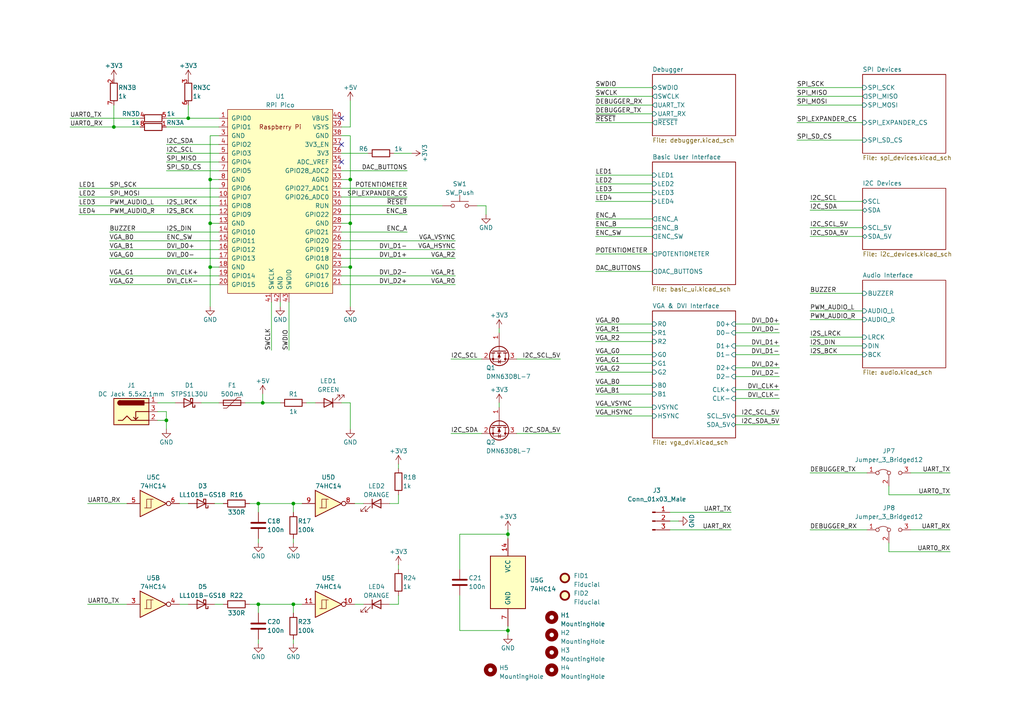
<source format=kicad_sch>
(kicad_sch (version 20220126) (generator eeschema)
  (paper "A4")
  (title_block (title "Raspberry Pi Pico Kit") (date "2022-01-02") (rev "1"))
  (lib_symbols
    (symbol "74xx:74HC14" (pin_names (offset 1.016))
      (property "Reference" "U" (at 0 1.27 0))
      (property "Value" "74HC14" (at 0 -1.27 0))
      (symbol "74HC14_1_0"
        (pin input line (at -7.62 0 0) (length 3.81) (name "~") (number "1"))
        (pin output inverted (at 7.62 0 180) (length 3.81) (name "~") (number "2"))
      )
      (symbol "74HC14_2_0"
        (pin input line (at -7.62 0 0) (length 3.81) (name "~") (number "3"))
        (pin output inverted (at 7.62 0 180) (length 3.81) (name "~") (number "4"))
      )
      (symbol "74HC14_3_0"
        (pin input line (at -7.62 0 0) (length 3.81) (name "~") (number "5"))
        (pin output inverted (at 7.62 0 180) (length 3.81) (name "~") (number "6"))
      )
      (symbol "74HC14_4_0"
        (pin output inverted (at 7.62 0 180) (length 3.81) (name "~") (number "8"))
        (pin input line (at -7.62 0 0) (length 3.81) (name "~") (number "9"))
      )
      (symbol "74HC14_5_0"
        (pin output inverted (at 7.62 0 180) (length 3.81) (name "~") (number "10"))
        (pin input line (at -7.62 0 0) (length 3.81) (name "~") (number "11"))
      )
      (symbol "74HC14_6_0"
        (pin output inverted (at 7.62 0 180) (length 3.81) (name "~") (number "12"))
        (pin input line (at -7.62 0 0) (length 3.81) (name "~") (number "13"))
      )
      (symbol "74HC14_7_0"
        (pin power_in line (at 0 12.7 270) (length 5.08) (name "VCC") (number "14"))
        (pin power_in line (at 0 -12.7 90) (length 5.08) (name "GND") (number "7"))
      )
    )
    (symbol "Connector:Barrel_Jack_Switch" (pin_names hide)
      (property "Reference" "J" (at 0 5.334 0))
      (property "Value" "Barrel_Jack_Switch" (at 0 -5.08 0))
      (symbol "Barrel_Jack_Switch_1_1"
        (pin passive line (at 7.62 2.54 180) (length 2.54) (name "~") (number "1"))
        (pin passive line (at 7.62 -2.54 180) (length 2.54) (name "~") (number "2"))
        (pin passive line (at 7.62 0 180) (length 2.54) (name "~") (number "3"))
      )
    )
    (symbol "Connector:Conn_01x03_Male" (pin_names (offset 1.016) hide)
      (property "Reference" "J" (at 0 5.08 0))
      (property "Value" "Conn_01x03_Male" (at 0 -5.08 0))
      (symbol "Conn_01x03_Male_1_1"
        (pin passive line (at 5.08 2.54 180) (length 3.81) (name "Pin_1") (number "1"))
        (pin passive line (at 5.08 0 180) (length 3.81) (name "Pin_2") (number "2"))
        (pin passive line (at 5.08 -2.54 180) (length 3.81) (name "Pin_3") (number "3"))
      )
    )
    (symbol "Device:C" (pin_numbers hide) (pin_names (offset 0.254))
      (property "Reference" "C" (at 0.635 2.54 0))
      (property "Value" "C" (at 0.635 -2.54 0))
      (symbol "C_1_1"
        (pin passive line (at 0 3.81 270) (length 2.794) (name "~") (number "1"))
        (pin passive line (at 0 -3.81 90) (length 2.794) (name "~") (number "2"))
      )
    )
    (symbol "Device:D_Schottky" (pin_numbers hide) (pin_names (offset 1.016) hide)
      (property "Reference" "D" (at 0 2.54 0))
      (property "Value" "D_Schottky" (at 0 -2.54 0))
      (symbol "D_Schottky_1_1"
        (pin passive line (at -3.81 0 0) (length 2.54) (name "K") (number "1"))
        (pin passive line (at 3.81 0 180) (length 2.54) (name "A") (number "2"))
      )
    )
    (symbol "Device:LED" (pin_numbers hide) (pin_names (offset 1.016) hide)
      (property "Reference" "D" (at 0 2.54 0))
      (property "Value" "LED" (at 0 -2.54 0))
      (symbol "LED_1_1"
        (pin passive line (at -3.81 0 0) (length 2.54) (name "K") (number "1"))
        (pin passive line (at 3.81 0 180) (length 2.54) (name "A") (number "2"))
      )
    )
    (symbol "Device:Polyfuse" (pin_numbers hide) (pin_names (offset 0))
      (property "Reference" "F" (at -2.54 0 90))
      (property "Value" "Polyfuse" (at 2.54 0 90))
      (symbol "Polyfuse_1_1"
        (pin passive line (at 0 3.81 270) (length 1.27) (name "~") (number "1"))
        (pin passive line (at 0 -3.81 90) (length 1.27) (name "~") (number "2"))
      )
    )
    (symbol "Device:R" (pin_numbers hide) (pin_names (offset 0))
      (property "Reference" "R" (at 2.032 0 90))
      (property "Value" "R" (at 0 0 90))
      (symbol "R_1_1"
        (pin passive line (at 0 3.81 270) (length 1.27) (name "~") (number "1"))
        (pin passive line (at 0 -3.81 90) (length 1.27) (name "~") (number "2"))
      )
    )
    (symbol "Device:R_Pack04_Split" (pin_names (offset 0) hide)
      (property "Reference" "RN" (at 2.032 0 90))
      (property "Value" "R_Pack04_Split" (at 0 0 90))
      (symbol "R_Pack04_Split_1_1"
        (pin passive line (at 0 -3.81 90) (length 1.27) (name "R1.1") (number "1"))
        (pin passive line (at 0 3.81 270) (length 1.27) (name "R1.2") (number "8"))
      )
      (symbol "R_Pack04_Split_2_1"
        (pin passive line (at 0 -3.81 90) (length 1.27) (name "R2.1") (number "2"))
        (pin passive line (at 0 3.81 270) (length 1.27) (name "R2.2") (number "7"))
      )
      (symbol "R_Pack04_Split_3_1"
        (pin passive line (at 0 -3.81 90) (length 1.27) (name "R3.1") (number "3"))
        (pin passive line (at 0 3.81 270) (length 1.27) (name "R3.2") (number "6"))
      )
      (symbol "R_Pack04_Split_4_1"
        (pin passive line (at 0 -3.81 90) (length 1.27) (name "R4.1") (number "4"))
        (pin passive line (at 0 3.81 270) (length 1.27) (name "R4.2") (number "5"))
      )
    )
    (symbol "Jumper:Jumper_3_Bridged12" (pin_names (offset 0) hide)
      (property "Reference" "JP" (at -2.54 -2.54 0))
      (property "Value" "Jumper_3_Bridged12" (at 0 2.794 0))
      (symbol "Jumper_3_Bridged12_1_1"
        (pin passive line (at -6.35 0 0) (length 2.54) (name "A") (number "1"))
        (pin passive line (at 0 -3.81 90) (length 2.54) (name "C") (number "2"))
        (pin passive line (at 6.35 0 180) (length 2.54) (name "B") (number "3"))
      )
    )
    (symbol "Mechanical:Fiducial"
      (property "Reference" "FID" (at 0 5.08 0))
      (property "Value" "Fiducial" (at 0 3.175 0))
    )
    (symbol "Mechanical:MountingHole" (pin_names (offset 1.016))
      (property "Reference" "H" (at 0 5.08 0))
      (property "Value" "MountingHole" (at 0 3.175 0))
    )
    (symbol "RPi_Pico:Pico" (pin_names (offset 1.016))
      (property "Reference" "U" (at -13.97 27.94 0))
      (property "Value" "Pico" (at 0 19.05 0))
      (symbol "Pico_0_0"
        (text "Raspberry Pi" (at 0 21.59 0) (effects (font (size 1.27 1.27))))
      )
      (symbol "Pico_1_1"
        (pin bidirectional line (at -17.78 24.13 0) (length 2.54) (name "GPIO0") (number "1"))
        (pin bidirectional line (at -17.78 1.27 0) (length 2.54) (name "GPIO7") (number "10"))
        (pin bidirectional line (at -17.78 -1.27 0) (length 2.54) (name "GPIO8") (number "11"))
        (pin bidirectional line (at -17.78 -3.81 0) (length 2.54) (name "GPIO9") (number "12"))
        (pin power_in line (at -17.78 -6.35 0) (length 2.54) (name "GND") (number "13"))
        (pin bidirectional line (at -17.78 -8.89 0) (length 2.54) (name "GPIO10") (number "14"))
        (pin bidirectional line (at -17.78 -11.43 0) (length 2.54) (name "GPIO11") (number "15"))
        (pin bidirectional line (at -17.78 -13.97 0) (length 2.54) (name "GPIO12") (number "16"))
        (pin bidirectional line (at -17.78 -16.51 0) (length 2.54) (name "GPIO13") (number "17"))
        (pin power_in line (at -17.78 -19.05 0) (length 2.54) (name "GND") (number "18"))
        (pin bidirectional line (at -17.78 -21.59 0) (length 2.54) (name "GPIO14") (number "19"))
        (pin bidirectional line (at -17.78 21.59 0) (length 2.54) (name "GPIO1") (number "2"))
        (pin bidirectional line (at -17.78 -24.13 0) (length 2.54) (name "GPIO15") (number "20"))
        (pin bidirectional line (at 17.78 -24.13 180) (length 2.54) (name "GPIO16") (number "21"))
        (pin bidirectional line (at 17.78 -21.59 180) (length 2.54) (name "GPIO17") (number "22"))
        (pin power_in line (at 17.78 -19.05 180) (length 2.54) (name "GND") (number "23"))
        (pin bidirectional line (at 17.78 -16.51 180) (length 2.54) (name "GPIO18") (number "24"))
        (pin bidirectional line (at 17.78 -13.97 180) (length 2.54) (name "GPIO19") (number "25"))
        (pin bidirectional line (at 17.78 -11.43 180) (length 2.54) (name "GPIO20") (number "26"))
        (pin bidirectional line (at 17.78 -8.89 180) (length 2.54) (name "GPIO21") (number "27"))
        (pin power_in line (at 17.78 -6.35 180) (length 2.54) (name "GND") (number "28"))
        (pin bidirectional line (at 17.78 -3.81 180) (length 2.54) (name "GPIO22") (number "29"))
        (pin power_in line (at -17.78 19.05 0) (length 2.54) (name "GND") (number "3"))
        (pin input line (at 17.78 -1.27 180) (length 2.54) (name "RUN") (number "30"))
        (pin bidirectional line (at 17.78 1.27 180) (length 2.54) (name "GPIO26_ADC0") (number "31"))
        (pin bidirectional line (at 17.78 3.81 180) (length 2.54) (name "GPIO27_ADC1") (number "32"))
        (pin power_in line (at 17.78 6.35 180) (length 2.54) (name "AGND") (number "33"))
        (pin bidirectional line (at 17.78 8.89 180) (length 2.54) (name "GPIO28_ADC2") (number "34"))
        (pin unspecified line (at 17.78 11.43 180) (length 2.54) (name "ADC_VREF") (number "35"))
        (pin unspecified line (at 17.78 13.97 180) (length 2.54) (name "3V3") (number "36"))
        (pin input line (at 17.78 16.51 180) (length 2.54) (name "3V3_EN") (number "37"))
        (pin bidirectional line (at 17.78 19.05 180) (length 2.54) (name "GND") (number "38"))
        (pin unspecified line (at 17.78 21.59 180) (length 2.54) (name "VSYS") (number "39"))
        (pin bidirectional line (at -17.78 16.51 0) (length 2.54) (name "GPIO2") (number "4"))
        (pin unspecified line (at 17.78 24.13 180) (length 2.54) (name "VBUS") (number "40"))
        (pin input line (at -2.54 -29.21 90) (length 2.54) (name "SWCLK") (number "41"))
        (pin power_in line (at 0 -29.21 90) (length 2.54) (name "GND") (number "42"))
        (pin bidirectional line (at 2.54 -29.21 90) (length 2.54) (name "SWDIO") (number "43"))
        (pin bidirectional line (at -17.78 13.97 0) (length 2.54) (name "GPIO3") (number "5"))
        (pin bidirectional line (at -17.78 11.43 0) (length 2.54) (name "GPIO4") (number "6"))
        (pin bidirectional line (at -17.78 8.89 0) (length 2.54) (name "GPIO5") (number "7"))
        (pin power_in line (at -17.78 6.35 0) (length 2.54) (name "GND") (number "8"))
        (pin bidirectional line (at -17.78 3.81 0) (length 2.54) (name "GPIO6") (number "9"))
      )
    )
    (symbol "Switch:SW_Push" (pin_numbers hide) (pin_names (offset 1.016) hide)
      (property "Reference" "SW" (at 1.27 2.54 0))
      (property "Value" "SW_Push" (at 0 -1.524 0))
      (symbol "SW_Push_0_1"
        (pin passive line (at -5.08 0 0) (length 2.54) (name "1") (number "1"))
        (pin passive line (at 5.08 0 180) (length 2.54) (name "2") (number "2"))
      )
    )
    (symbol "Transistor_FET:BSS138" (pin_names hide)
      (property "Reference" "Q" (at 5.08 1.905 0))
      (property "Value" "BSS138" (at 5.08 0 0))
      (symbol "BSS138_1_1"
        (pin input line (at -5.08 0 0) (length 2.54) (name "G") (number "1"))
        (pin passive line (at 2.54 -5.08 90) (length 2.54) (name "S") (number "2"))
        (pin passive line (at 2.54 5.08 270) (length 2.54) (name "D") (number "3"))
      )
    )
    (symbol "power:+3.3V" (power) (pin_names (offset 0))
      (property "Value" "+3.3V" (at 0 3.556 0))
      (symbol "+3.3V_1_1"
        (pin power_in line (at 0 0 90) (length 0) hide (name "+3V3") (number "1"))
      )
    )
    (symbol "power:+5V" (power) (pin_names (offset 0))
      (property "Value" "+5V" (at 0 3.556 0))
      (symbol "+5V_1_1"
        (pin power_in line (at 0 0 90) (length 0) hide (name "+5V") (number "1"))
      )
    )
    (symbol "power:GND" (power) (pin_names (offset 0))
      (property "Value" "GND" (at 0 -3.81 0))
      (symbol "GND_1_1"
        (pin power_in line (at 0 0 270) (length 0) hide (name "GND") (number "1"))
      )
    )
  )
  (junction (at 33.02 36.83))
  (junction (at 74.93 175.26))
  (junction (at 147.32 154.94))
  (junction (at 74.93 146.05))
  (junction (at 85.09 175.26))
  (junction (at 60.96 52.07))
  (junction (at 60.96 64.77))
  (junction (at 101.6 64.77))
  (junction (at 76.2 116.84))
  (junction (at 85.09 146.05))
  (junction (at 60.96 77.47))
  (junction (at 54.61 34.29))
  (junction (at 48.26 121.92))
  (junction (at 147.32 182.88))
  (junction (at 101.6 52.07))
  (junction (at 101.6 77.47))
  (no_connect (at 99.06 34.29))
  (no_connect (at 99.06 46.99))
  (no_connect (at 99.06 41.91))
  (wire (pts (xy 144.78 116.84) (xy 144.78 118.11)))
  (wire (pts (xy 99.06 77.47) (xy 101.6 77.47)))
  (wire (pts (xy 99.06 57.15) (xy 118.11 57.15)))
  (wire (pts (xy 76.2 116.84) (xy 81.28 116.84)))
  (wire (pts (xy 99.06 59.69) (xy 128.27 59.69)))
  (wire (pts (xy 213.36 115.57) (xy 226.06 115.57)))
  (wire (pts (xy 133.35 154.94) (xy 147.32 154.94)))
  (wire (pts (xy 83.82 87.63) (xy 83.82 101.6)))
  (wire (pts (xy 257.81 143.51) (xy 275.59 143.51)))
  (wire (pts (xy 60.96 64.77) (xy 60.96 77.47)))
  (wire (pts (xy 172.72 78.74) (xy 189.23 78.74)))
  (wire (pts (xy 99.06 116.84) (xy 101.6 116.84)))
  (wire (pts (xy 172.72 118.11) (xy 189.23 118.11)))
  (wire (pts (xy 133.35 172.72) (xy 133.35 182.88)))
  (wire (pts (xy 138.43 59.69) (xy 140.97 59.69)))
  (wire (pts (xy 234.95 85.09) (xy 250.19 85.09)))
  (wire (pts (xy 62.23 146.05) (xy 64.77 146.05)))
  (wire (pts (xy 234.95 97.79) (xy 250.19 97.79)))
  (wire (pts (xy 22.86 57.15) (xy 63.5 57.15)))
  (wire (pts (xy 88.9 116.84) (xy 91.44 116.84)))
  (wire (pts (xy 99.06 74.93) (xy 132.08 74.93)))
  (wire (pts (xy 31.75 72.39) (xy 63.5 72.39)))
  (wire (pts (xy 115.57 134.62) (xy 115.57 135.89)))
  (wire (pts (xy 74.93 146.05) (xy 74.93 148.59)))
  (wire (pts (xy 60.96 52.07) (xy 63.5 52.07)))
  (wire (pts (xy 81.28 87.63) (xy 81.28 88.9)))
  (wire (pts (xy 85.09 146.05) (xy 87.63 146.05)))
  (wire (pts (xy 172.72 63.5) (xy 189.23 63.5)))
  (wire (pts (xy 234.95 90.17) (xy 250.19 90.17)))
  (wire (pts (xy 99.06 80.01) (xy 132.08 80.01)))
  (wire (pts (xy 231.14 40.64) (xy 250.19 40.64)))
  (wire (pts (xy 231.14 25.4) (xy 250.19 25.4)))
  (wire (pts (xy 101.6 52.07) (xy 101.6 64.77)))
  (wire (pts (xy 48.26 36.83) (xy 63.5 36.83)))
  (wire (pts (xy 172.72 35.56) (xy 189.23 35.56)))
  (wire (pts (xy 172.72 53.34) (xy 189.23 53.34)))
  (wire (pts (xy 264.16 137.16) (xy 275.59 137.16)))
  (wire (pts (xy 101.6 116.84) (xy 101.6 124.46)))
  (wire (pts (xy 60.96 52.07) (xy 60.96 64.77)))
  (wire (pts (xy 48.26 49.53) (xy 63.5 49.53)))
  (wire (pts (xy 172.72 55.88) (xy 189.23 55.88)))
  (wire (pts (xy 74.93 185.42) (xy 74.93 186.69)))
  (wire (pts (xy 101.6 77.47) (xy 101.6 88.9)))
  (wire (pts (xy 74.93 146.05) (xy 85.09 146.05)))
  (wire (pts (xy 213.36 123.19) (xy 226.06 123.19)))
  (wire (pts (xy 213.36 93.98) (xy 226.06 93.98)))
  (wire (pts (xy 231.14 27.94) (xy 250.19 27.94)))
  (wire (pts (xy 63.5 39.37) (xy 60.96 39.37)))
  (wire (pts (xy 172.72 50.8) (xy 189.23 50.8)))
  (wire (pts (xy 48.26 44.45) (xy 63.5 44.45)))
  (wire (pts (xy 85.09 146.05) (xy 85.09 148.59)))
  (wire (pts (xy 234.95 153.67) (xy 251.46 153.67)))
  (wire (pts (xy 52.07 175.26) (xy 54.61 175.26)))
  (wire (pts (xy 140.97 59.69) (xy 140.97 62.23)))
  (wire (pts (xy 31.75 82.55) (xy 63.5 82.55)))
  (wire (pts (xy 22.86 59.69) (xy 63.5 59.69)))
  (wire (pts (xy 99.06 49.53) (xy 118.11 49.53)))
  (wire (pts (xy 213.36 113.03) (xy 226.06 113.03)))
  (wire (pts (xy 48.26 46.99) (xy 63.5 46.99)))
  (wire (pts (xy 31.75 80.01) (xy 63.5 80.01)))
  (wire (pts (xy 149.86 104.14) (xy 162.56 104.14)))
  (wire (pts (xy 113.03 146.05) (xy 115.57 146.05)))
  (wire (pts (xy 48.26 121.92) (xy 48.26 124.46)))
  (wire (pts (xy 74.93 156.21) (xy 74.93 157.48)))
  (wire (pts (xy 102.87 175.26) (xy 105.41 175.26)))
  (wire (pts (xy 172.72 30.48) (xy 189.23 30.48)))
  (wire (pts (xy 31.75 74.93) (xy 63.5 74.93)))
  (wire (pts (xy 54.61 30.48) (xy 54.61 34.29)))
  (wire (pts (xy 45.72 116.84) (xy 50.8 116.84)))
  (wire (pts (xy 58.42 116.84) (xy 63.5 116.84)))
  (wire (pts (xy 76.2 116.84) (xy 76.2 114.3)))
  (wire (pts (xy 20.32 34.29) (xy 40.64 34.29)))
  (wire (pts (xy 31.75 67.31) (xy 63.5 67.31)))
  (wire (pts (xy 63.5 77.47) (xy 60.96 77.47)))
  (wire (pts (xy 149.86 125.73) (xy 162.56 125.73)))
  (wire (pts (xy 85.09 156.21) (xy 85.09 157.48)))
  (wire (pts (xy 52.07 146.05) (xy 54.61 146.05)))
  (wire (pts (xy 85.09 175.26) (xy 85.09 177.8)))
  (wire (pts (xy 234.95 102.87) (xy 250.19 102.87)))
  (wire (pts (xy 231.14 30.48) (xy 250.19 30.48)))
  (wire (pts (xy 133.35 165.1) (xy 133.35 154.94)))
  (wire (pts (xy 78.74 87.63) (xy 78.74 101.6)))
  (wire (pts (xy 45.72 121.92) (xy 48.26 121.92)))
  (wire (pts (xy 172.72 102.87) (xy 189.23 102.87)))
  (wire (pts (xy 99.06 69.85) (xy 132.08 69.85)))
  (wire (pts (xy 264.16 153.67) (xy 275.59 153.67)))
  (wire (pts (xy 257.81 157.48) (xy 257.81 160.02)))
  (wire (pts (xy 102.87 146.05) (xy 105.41 146.05)))
  (wire (pts (xy 33.02 30.48) (xy 33.02 36.83)))
  (wire (pts (xy 234.95 66.04) (xy 250.19 66.04)))
  (wire (pts (xy 99.06 52.07) (xy 101.6 52.07)))
  (wire (pts (xy 147.32 181.61) (xy 147.32 182.88)))
  (wire (pts (xy 194.31 151.13) (xy 196.85 151.13)))
  (wire (pts (xy 172.72 120.65) (xy 189.23 120.65)))
  (wire (pts (xy 72.39 146.05) (xy 74.93 146.05)))
  (wire (pts (xy 172.72 99.06) (xy 189.23 99.06)))
  (wire (pts (xy 213.36 100.33) (xy 226.06 100.33)))
  (wire (pts (xy 234.95 58.42) (xy 250.19 58.42)))
  (wire (pts (xy 22.86 62.23) (xy 63.5 62.23)))
  (wire (pts (xy 48.26 41.91) (xy 63.5 41.91)))
  (wire (pts (xy 115.57 146.05) (xy 115.57 143.51)))
  (wire (pts (xy 172.72 33.02) (xy 189.23 33.02)))
  (wire (pts (xy 234.95 100.33) (xy 250.19 100.33)))
  (wire (pts (xy 172.72 58.42) (xy 189.23 58.42)))
  (wire (pts (xy 99.06 39.37) (xy 101.6 39.37)))
  (wire (pts (xy 130.81 125.73) (xy 139.7 125.73)))
  (wire (pts (xy 99.06 67.31) (xy 118.11 67.31)))
  (wire (pts (xy 194.31 148.59) (xy 212.09 148.59)))
  (wire (pts (xy 172.72 114.3) (xy 189.23 114.3)))
  (wire (pts (xy 147.32 154.94) (xy 147.32 156.21)))
  (wire (pts (xy 213.36 106.68) (xy 226.06 106.68)))
  (wire (pts (xy 101.6 29.21) (xy 101.6 36.83)))
  (wire (pts (xy 257.81 160.02) (xy 275.59 160.02)))
  (wire (pts (xy 60.96 39.37) (xy 60.96 52.07)))
  (wire (pts (xy 74.93 175.26) (xy 74.93 177.8)))
  (wire (pts (xy 130.81 104.14) (xy 139.7 104.14)))
  (wire (pts (xy 85.09 185.42) (xy 85.09 186.69)))
  (wire (pts (xy 172.72 96.52) (xy 189.23 96.52)))
  (wire (pts (xy 25.4 175.26) (xy 36.83 175.26)))
  (wire (pts (xy 74.93 175.26) (xy 85.09 175.26)))
  (wire (pts (xy 101.6 39.37) (xy 101.6 52.07)))
  (wire (pts (xy 147.32 182.88) (xy 147.32 184.15)))
  (wire (pts (xy 99.06 54.61) (xy 118.11 54.61)))
  (wire (pts (xy 48.26 34.29) (xy 54.61 34.29)))
  (wire (pts (xy 251.46 137.16) (xy 234.95 137.16)))
  (wire (pts (xy 213.36 120.65) (xy 226.06 120.65)))
  (wire (pts (xy 172.72 111.76) (xy 189.23 111.76)))
  (wire (pts (xy 72.39 175.26) (xy 74.93 175.26)))
  (wire (pts (xy 172.72 73.66) (xy 189.23 73.66)))
  (wire (pts (xy 133.35 182.88) (xy 147.32 182.88)))
  (wire (pts (xy 113.03 175.26) (xy 115.57 175.26)))
  (wire (pts (xy 172.72 93.98) (xy 189.23 93.98)))
  (wire (pts (xy 71.12 116.84) (xy 76.2 116.84)))
  (wire (pts (xy 172.72 27.94) (xy 189.23 27.94)))
  (wire (pts (xy 172.72 107.95) (xy 189.23 107.95)))
  (wire (pts (xy 99.06 82.55) (xy 132.08 82.55)))
  (wire (pts (xy 99.06 64.77) (xy 101.6 64.77)))
  (wire (pts (xy 144.78 95.25) (xy 144.78 96.52)))
  (wire (pts (xy 31.75 69.85) (xy 63.5 69.85)))
  (wire (pts (xy 99.06 44.45) (xy 106.68 44.45)))
  (wire (pts (xy 33.02 36.83) (xy 40.64 36.83)))
  (wire (pts (xy 54.61 34.29) (xy 63.5 34.29)))
  (wire (pts (xy 234.95 68.58) (xy 250.19 68.58)))
  (wire (pts (xy 99.06 62.23) (xy 118.11 62.23)))
  (wire (pts (xy 213.36 102.87) (xy 226.06 102.87)))
  (wire (pts (xy 25.4 146.05) (xy 36.83 146.05)))
  (wire (pts (xy 101.6 64.77) (xy 101.6 77.47)))
  (wire (pts (xy 63.5 64.77) (xy 60.96 64.77)))
  (wire (pts (xy 45.72 119.38) (xy 48.26 119.38)))
  (wire (pts (xy 172.72 25.4) (xy 189.23 25.4)))
  (wire (pts (xy 62.23 175.26) (xy 64.77 175.26)))
  (wire (pts (xy 194.31 153.67) (xy 212.09 153.67)))
  (wire (pts (xy 213.36 109.22) (xy 226.06 109.22)))
  (wire (pts (xy 114.3 44.45) (xy 119.38 44.45)))
  (wire (pts (xy 101.6 36.83) (xy 99.06 36.83)))
  (wire (pts (xy 213.36 96.52) (xy 226.06 96.52)))
  (wire (pts (xy 231.14 35.56) (xy 250.19 35.56)))
  (wire (pts (xy 115.57 163.83) (xy 115.57 165.1)))
  (wire (pts (xy 234.95 92.71) (xy 250.19 92.71)))
  (wire (pts (xy 115.57 175.26) (xy 115.57 172.72)))
  (wire (pts (xy 172.72 68.58) (xy 189.23 68.58)))
  (wire (pts (xy 234.95 60.96) (xy 250.19 60.96)))
  (wire (pts (xy 48.26 119.38) (xy 48.26 121.92)))
  (wire (pts (xy 99.06 72.39) (xy 132.08 72.39)))
  (wire (pts (xy 147.32 153.67) (xy 147.32 154.94)))
  (wire (pts (xy 172.72 105.41) (xy 189.23 105.41)))
  (wire (pts (xy 20.32 36.83) (xy 33.02 36.83)))
  (wire (pts (xy 257.81 140.97) (xy 257.81 143.51)))
  (wire (pts (xy 85.09 175.26) (xy 87.63 175.26)))
  (wire (pts (xy 22.86 54.61) (xy 63.5 54.61)))
  (wire (pts (xy 172.72 66.04) (xy 189.23 66.04)))
  (wire (pts (xy 60.96 77.47) (xy 60.96 88.9)))
  (label "LED1" (at 172.72 50.8 0))
  (label "I2C_SDA" (at 130.81 125.73 0))
  (label "DVI_D0-" (at 48.26 74.93 0))
  (label "ENC_SW" (at 48.26 69.85 0))
  (label "I2C_SCL" (at 130.81 104.14 0))
  (label "DVI_D2-" (at 226.06 109.22 0))
  (label "DVI_D2+" (at 118.11 82.55 0))
  (label "DVI_CLK+" (at 48.26 80.01 0))
  (label "DVI_CLK-" (at 48.26 82.55 0))
  (label "DVI_D1-" (at 118.11 72.39 0))
  (label "DVI_D0+" (at 48.26 72.39 0))
  (label "VGA_G0" (at 172.72 102.87 0))
  (label "LED1" (at 22.86 54.61 0))
  (label "I2C_SDA" (at 48.26 41.91 0))
  (label "LED2" (at 172.72 53.34 0))
  (label "DVI_D2+" (at 226.06 106.68 0))
  (label "VGA_R1" (at 172.72 96.52 0))
  (label "SPI_EXPANDER_CS" (at 118.11 57.15 0))
  (label "DVI_CLK+" (at 226.06 113.03 0))
  (label "VGA_R2" (at 132.08 74.93 0))
  (label "SPI_MISO" (at 231.14 27.94 0))
  (label "DEBUGGER_TX" (at 172.72 33.02 0))
  (label "ENC_SW" (at 172.72 68.58 0))
  (label "ENC_A" (at 118.11 67.31 0))
  (label "SPI_EXPANDER_CS" (at 231.14 35.56 0))
  (label "VGA_B1" (at 31.75 72.39 0))
  (label "DVI_D2-" (at 118.11 80.01 0))
  (label "LED4" (at 172.72 58.42 0))
  (label "DVI_D1+" (at 226.06 100.33 0))
  (label "PWM_AUDIO_R" (at 31.75 62.23 0))
  (label "BUZZER" (at 31.75 67.31 0))
  (label "UART0_TX" (at 275.59 143.51 0))
  (label "I2C_SCL" (at 234.95 58.42 0))
  (label "SWCLK" (at 78.74 101.6 90))
  (label "UART_RX" (at 212.09 153.67 0))
  (label "I2S_LRCK" (at 234.95 97.79 0))
  (label "I2C_SDA" (at 234.95 60.96 0))
  (label "PWM_AUDIO_L" (at 234.95 90.17 0))
  (label "SWCLK" (at 172.72 27.94 0))
  (label "VGA_G1" (at 31.75 80.01 0))
  (label "DVI_D0+" (at 226.06 93.98 0))
  (label "UART0_TX" (at 25.4 175.26 0))
  (label "SPI_SD_CS" (at 231.14 40.64 0))
  (label "DVI_D1-" (at 226.06 102.87 0))
  (label "LED4" (at 22.86 62.23 0))
  (label "I2C_SDA_5V" (at 162.56 125.73 0))
  (label "VGA_G2" (at 172.72 107.95 0))
  (label "VGA_HSYNC" (at 132.08 72.39 0))
  (label "PWM_AUDIO_L" (at 31.75 59.69 0))
  (label "ENC_A" (at 172.72 63.5 0))
  (label "VGA_HSYNC" (at 172.72 120.65 0))
  (label "I2S_LRCK" (at 48.26 59.69 0))
  (label "POTENTIOMETER" (at 172.72 73.66 0))
  (label "LED2" (at 22.86 57.15 0))
  (label "I2C_SCL_5V" (at 162.56 104.14 0))
  (label "DVI_D0-" (at 226.06 96.52 0))
  (label "I2S_BCK" (at 234.95 102.87 0))
  (label "~{RESET}" (at 172.72 35.56 0))
  (label "DEBUGGER_RX" (at 172.72 30.48 0))
  (label "VGA_B0" (at 31.75 69.85 0))
  (label "UART_TX" (at 212.09 148.59 0))
  (label "SWDIO" (at 172.72 25.4 0))
  (label "DAC_BUTTONS" (at 172.72 78.74 0))
  (label "I2S_DIN" (at 48.26 67.31 0))
  (label "LED3" (at 22.86 59.69 0))
  (label "DAC_BUTTONS" (at 118.11 49.53 0))
  (label "I2S_DIN" (at 234.95 100.33 0))
  (label "SPI_MOSI" (at 31.75 57.15 0))
  (label "I2C_SCL_5V" (at 234.95 66.04 0))
  (label "I2C_SCL" (at 48.26 44.45 0))
  (label "I2C_SDA_5V" (at 234.95 68.58 0))
  (label "LED3" (at 172.72 55.88 0))
  (label "UART_RX" (at 275.59 153.67 0))
  (label "VGA_G2" (at 31.75 82.55 0))
  (label "BUZZER" (at 234.95 85.09 0))
  (label "ENC_B" (at 172.72 66.04 0))
  (label "SWDIO" (at 83.82 101.6 90))
  (label "DVI_D1+" (at 118.11 74.93 0))
  (label "DEBUGGER_TX" (at 234.95 137.16 0))
  (label "I2C_SCL_5V" (at 226.06 120.65 0))
  (label "VGA_G0" (at 31.75 74.93 0))
  (label "VGA_VSYNC" (at 132.08 69.85 0))
  (label "PWM_AUDIO_R" (at 234.95 92.71 0))
  (label "POTENTIOMETER" (at 118.11 54.61 0))
  (label "VGA_G1" (at 172.72 105.41 0))
  (label "SPI_SD_CS" (at 48.26 49.53 0))
  (label "VGA_R0" (at 132.08 82.55 0))
  (label "UART0_RX" (at 20.32 36.83 0))
  (label "VGA_R0" (at 172.72 93.98 0))
  (label "VGA_VSYNC" (at 172.72 118.11 0))
  (label "ENC_B" (at 118.11 62.23 0))
  (label "SPI_SCK" (at 31.75 54.61 0))
  (label "DEBUGGER_RX" (at 234.95 153.67 0))
  (label "SPI_MISO" (at 48.26 46.99 0))
  (label "VGA_R2" (at 172.72 99.06 0))
  (label "DVI_CLK-" (at 226.06 115.57 0))
  (label "UART_TX" (at 275.59 137.16 0))
  (label "UART0_RX" (at 25.4 146.05 0))
  (label "UART0_TX" (at 20.32 34.29 0))
  (label "I2S_BCK" (at 48.26 62.23 0))
  (label "VGA_B1" (at 172.72 114.3 0))
  (label "SPI_MOSI" (at 231.14 30.48 0))
  (label "UART0_RX" (at 275.59 160.02 0))
  (label "SPI_SCK" (at 231.14 25.4 0))
  (label "I2C_SDA_5V" (at 226.06 123.19 0))
  (label "VGA_B0" (at 172.72 111.76 0))
  (label "VGA_R1" (at 132.08 80.01 0))
  (label "~{RESET}" (at 118.11 59.69 0))
  (symbol (lib_id "Device:R") (at 68.58 146.05 90) (unit 1)
    (property "Reference" "R16" (at 68.58 143.51 90))
    (property "Value" "330R" (at 68.58 148.59 90))
    (property "Footprint" "Resistor_SMD:R_0603_1608Metric_Pad0.98x0.95mm_HandSolder" (effects hide))
    (property "Manufacturer Part Number" "RC0805FR-13330RL" (effects hide))
    (property "Supplier" "Digikey" (effects hide))
  )
  (symbol (lib_id "74xx:74HC14") (at 44.45 146.05 0) (unit 3)
    (property "Reference" "U5" (at 44.45 138.43 0))
    (property "Value" "74HC14" (at 44.45 140.97 0))
    (property "Footprint" "Package_SO:SOIC-14_3.9x8.7mm_P1.27mm" (effects hide))
    (property "Datasheet" "http://www.ti.com/lit/gpn/sn74HC14" (effects hide))
    (property "Manufacturer Part Number" "74HC14S14-13" (effects hide))
    (property "Supplier" "Digikey" (effects hide))
    (property "Supplier Part URL" "https://www.digikey.cz/en/products/detail/diodes-incorporated/74HC14S14-13/4249403" (effects hide))
  )
  (symbol (lib_id "Device:LED") (at 109.22 146.05 0) (unit 1)
    (property "Reference" "LED2" (at 109.22 140.97 0))
    (property "Value" "ORANGE" (at 109.22 143.51 0))
    (property "Footprint" "LED_SMD:LED_0805_2012Metric_Pad1.15x1.40mm_HandSolder" (effects hide))
    (property "Manufacturer Part Number" "LTST-C170KFKT" (effects hide))
    (property "Supplier" "Digikey" (effects hide))
    (property "Supplier Part URL" "https://www.digikey.cz/en/products/detail/lite-on-inc/LTST-C170KFKT/386775" (effects hide))
  )
  (symbol (lib_id "power:GND") (at 147.32 184.15 0) (unit 1)
    (property "Reference" "#PWR021" (effects hide))
    (property "Value" "GND" (at 147.32 187.96 0))
  )
  (symbol (lib_id "power:GND") (at 85.09 157.48 0) (unit 1)
    (property "Reference" "#PWR040" (effects hide))
    (property "Value" "GND" (at 85.09 161.29 0))
  )
  (symbol (lib_id "Device:R_Pack04_Split") (at 44.45 36.83 90) (mirror x) (unit 1)
    (property "Reference" "RN3" (at 48.26 35.56 90) (effects (justify right)))
    (property "Value" "1k" (at 38.1 35.56 90) (effects (justify right)))
    (property "Footprint" "Resistor_SMD:R_Array_Convex_4x0603" (effects hide))
  )
  (symbol (lib_id "power:GND") (at 140.97 62.23 0) (unit 1)
    (property "Reference" "#PWR017" (effects hide))
    (property "Value" "GND" (at 140.97 66.04 0))
  )
  (symbol (lib_id "Device:C") (at 74.93 152.4 180) (unit 1)
    (property "Reference" "C18" (at 77.47 151.13 0) (effects (justify right)))
    (property "Value" "100n" (at 77.47 153.67 0) (effects (justify right)))
    (property "Footprint" "Capacitor_SMD:C_0603_1608Metric_Pad1.08x0.95mm_HandSolder" (effects hide))
    (property "Manufacturer Part Number" "C0805C104M3RAC7800" (effects hide))
    (property "Supplier" "Digikey" (effects hide))
  )
  (symbol (lib_id "Connector:Barrel_Jack_Switch") (at 38.1 119.38 0) (unit 1)
    (property "Reference" "J1" (at 38.1 111.76 0))
    (property "Value" "DC Jack 5.5x2.1mm" (at 38.1 114.3 0))
    (property "Footprint" "Connector_BarrelJack:BarrelJack_GCT_DCJ200-10-A_Horizontal" (effects hide))
    (property "Manufacturer Part Number" "54-00129" (effects hide))
    (property "Supplier" "Digikey" (effects hide))
    (property "Supplier Part URL" "https://www.digikey.cz/en/products/detail/tensility-international-corp/54-00129/9685438" (effects hide))
  )
  (symbol (lib_id "Mechanical:MountingHole") (at 160.02 179.07 0) (unit 1)
    (property "Reference" "H1" (at 162.56 178.435 0) (effects (justify left)))
    (property "Value" "MountingHole" (at 162.56 180.975 0) (effects (justify left)))
    (property "Footprint" "MountingHole:MountingHole_2.7mm_M2.5" (effects hide))
  )
  (symbol (lib_id "Mechanical:MountingHole") (at 160.02 194.31 0) (unit 1)
    (property "Reference" "H4" (at 162.56 193.675 0) (effects (justify left)))
    (property "Value" "MountingHole" (at 162.56 196.215 0) (effects (justify left)))
    (property "Footprint" "MountingHole:MountingHole_2.7mm_M2.5" (effects hide))
  )
  (symbol (lib_id "power:GND") (at 101.6 88.9 0) (unit 1)
    (property "Reference" "#PWR012" (effects hide))
    (property "Value" "GND" (at 101.6 92.71 0))
  )
  (symbol (lib_id "power:+5V") (at 101.6 29.21 0) (unit 1)
    (property "Reference" "#PWR011" (effects hide))
    (property "Value" "+5V" (at 101.6 25.4 0))
  )
  (symbol (lib_id "power:GND") (at 101.6 124.46 0) (unit 1)
    (property "Reference" "#PWR013" (effects hide))
    (property "Value" "GND" (at 101.6 128.27 0))
  )
  (symbol (lib_id "Transistor_FET:BSS138") (at 144.78 123.19 270) (unit 1)
    (property "Reference" "Q2" (at 140.97 128.27 90) (effects (justify left)))
    (property "Value" "DMN63D8L-7" (at 140.97 130.81 90) (effects (justify left)))
    (property "Footprint" "Package_TO_SOT_SMD:SOT-23" (effects hide))
    (property "Manufacturer Part Number" "DMN63D8L-7" (effects hide))
    (property "Supplier" "Digikey" (effects hide))
    (property "Supplier Part URL" "https://www.digikey.cz/en/products/detail/diodes-incorporated/DMN63D8L-7/5699705" (effects hide))
  )
  (symbol (lib_id "Mechanical:Fiducial") (at 163.83 172.72 0) (unit 1)
    (property "Reference" "FID2" (at 166.37 172.085 0) (effects (justify left)))
    (property "Value" "Fiducial" (at 166.37 174.625 0) (effects (justify left)))
    (property "Footprint" "Fiducial:Fiducial_0.75mm_Mask1.5mm" (effects hide))
  )
  (symbol (lib_id "Jumper:Jumper_3_Bridged12") (at 257.81 137.16 0) (unit 1)
    (property "Reference" "JP7" (at 257.81 130.81 0))
    (property "Value" "Jumper_3_Bridged12" (at 257.81 133.35 0))
    (property "Footprint" "JumperTHT:JumperTHT_3_P2.54mm_Bridged12" (effects hide))
    (property "Manufacturer Part Number" "PinHeader_1x03" (effects hide))
    (property "Supplier" "me" (effects hide))
  )
  (symbol (lib_id "Device:D_Schottky") (at 58.42 175.26 180) (unit 1)
    (property "Reference" "D5" (at 58.7375 170.18 0))
    (property "Value" "LL101B-GS18" (at 58.7375 172.72 0))
    (property "Footprint" "Diode_SMD:D_MiniMELF" (effects hide))
    (property "Manufacturer Part Number" "LL101B-GS18" (effects hide))
    (property "Supplier" "Digikey" (effects hide))
    (property "Supplier Part URL" "https://www.digikey.cz/en/products/detail/vishay-general-semiconductor-diodes-division/LL101B-GS18/4828967" (effects hide))
  )
  (symbol (lib_id "Switch:SW_Push") (at 133.35 59.69 0) (unit 1)
    (property "Reference" "SW1" (at 133.35 53.34 0))
    (property "Value" "SW_Push" (at 133.35 55.88 0))
    (property "Footprint" "Custom:SW_SPST_Omron_B3FS-100xP_12" (effects hide))
    (property "Manufacturer Part Number" "TD-03XAT-A00-TR" (effects hide))
    (property "Supplier" "GME" (effects hide))
    (property "Supplier Part URL" "https://www.gme.cz/td-03xa-t-smd" (effects hide))
  )
  (symbol (lib_id "74xx:74HC14") (at 147.32 168.91 0) (unit 7)
    (property "Reference" "U5" (at 153.67 168.275 0) (effects (justify left)))
    (property "Value" "74HC14" (at 153.67 170.815 0) (effects (justify left)))
    (property "Footprint" "Package_SO:SOIC-14_3.9x8.7mm_P1.27mm" (effects hide))
    (property "Datasheet" "http://www.ti.com/lit/gpn/sn74HC14" (effects hide))
    (property "Manufacturer Part Number" "74HC14S14-13" (effects hide))
    (property "Supplier" "Digikey" (effects hide))
    (property "Supplier Part URL" "https://www.digikey.cz/en/products/detail/diodes-incorporated/74HC14S14-13/4249403" (effects hide))
  )
  (symbol (lib_id "power:GND") (at 74.93 157.48 0) (unit 1)
    (property "Reference" "#PWR039" (effects hide))
    (property "Value" "GND" (at 74.93 161.29 0))
  )
  (symbol (lib_id "Device:R") (at 115.57 168.91 0) (unit 1)
    (property "Reference" "R24" (at 116.84 167.64 0) (effects (justify left)))
    (property "Value" "1k" (at 116.84 170.18 0) (effects (justify left)))
    (property "Footprint" "Resistor_SMD:R_0603_1608Metric_Pad0.98x0.95mm_HandSolder" (effects hide))
    (property "Manufacturer Part Number" "RC0805FR-071KL" (effects hide))
    (property "Supplier" "Digikey" (effects hide))
  )
  (symbol (lib_id "power:+3.3V") (at 115.57 134.62 0) (unit 1)
    (property "Reference" "#PWR048" (effects hide))
    (property "Value" "+3.3V" (at 115.57 130.81 0))
  )
  (symbol (lib_id "Device:R_Pack04_Split") (at 44.45 34.29 270) (unit 4)
    (property "Reference" "RN3" (at 40.64 33.02 90) (effects (justify right)))
    (property "Value" "1k" (at 50.8 33.02 90) (effects (justify right)))
    (property "Footprint" "Resistor_SMD:R_Array_Convex_4x0603" (effects hide))
  )
  (symbol (lib_id "Transistor_FET:BSS138") (at 144.78 101.6 270) (unit 1)
    (property "Reference" "Q1" (at 140.97 106.68 90) (effects (justify left)))
    (property "Value" "DMN63D8L-7" (at 140.97 109.22 90) (effects (justify left)))
    (property "Footprint" "Package_TO_SOT_SMD:SOT-23" (effects hide))
    (property "Manufacturer Part Number" "DMN63D8L-7" (effects hide))
    (property "Supplier" "Digikey" (effects hide))
    (property "Supplier Part URL" "https://www.digikey.cz/en/products/detail/diodes-incorporated/DMN63D8L-7/5699705" (effects hide))
  )
  (symbol (lib_id "power:+3.3V") (at 147.32 153.67 0) (unit 1)
    (property "Reference" "#PWR020" (effects hide))
    (property "Value" "+3.3V" (at 147.32 149.86 0))
  )
  (symbol (lib_id "Mechanical:MountingHole") (at 142.24 194.31 0) (unit 1)
    (property "Reference" "H5" (at 144.78 193.675 0) (effects (justify left)))
    (property "Value" "MountingHole" (at 144.78 196.215 0) (effects (justify left)))
    (property "Footprint" "MountingHole:MountingHole_2.7mm_M2.5" (effects hide))
  )
  (symbol (lib_id "Device:D_Schottky") (at 54.61 116.84 180) (unit 1)
    (property "Reference" "D1" (at 54.9275 111.76 0))
    (property "Value" "STPS1L30U" (at 54.9275 114.3 0))
    (property "Footprint" "Diode_SMD:D_SMB" (effects hide))
    (property "Manufacturer Part Number" "STPS1L30U" (effects hide))
    (property "Supplier" "Digikey" (effects hide))
    (property "Supplier Part URL" "https://www.digikey.cz/en/products/detail/stmicroelectronics/STPS1L30U/603493" (effects hide))
  )
  (symbol (lib_id "Jumper:Jumper_3_Bridged12") (at 257.81 153.67 0) (unit 1)
    (property "Reference" "JP8" (at 257.81 147.32 0))
    (property "Value" "Jumper_3_Bridged12" (at 257.81 149.86 0))
    (property "Footprint" "JumperTHT:JumperTHT_3_P2.54mm_Bridged12" (effects hide))
    (property "Manufacturer Part Number" "PinHeader_1x03" (effects hide))
    (property "Supplier" "me" (effects hide))
  )
  (symbol (lib_id "Mechanical:MountingHole") (at 160.02 184.15 0) (unit 1)
    (property "Reference" "H2" (at 162.56 183.515 0) (effects (justify left)))
    (property "Value" "MountingHole" (at 162.56 186.055 0) (effects (justify left)))
    (property "Footprint" "MountingHole:MountingHole_2.7mm_M2.5" (effects hide))
  )
  (symbol (lib_id "Mechanical:MountingHole") (at 160.02 189.23 0) (unit 1)
    (property "Reference" "H3" (at 162.56 188.595 0) (effects (justify left)))
    (property "Value" "MountingHole" (at 162.56 191.135 0) (effects (justify left)))
    (property "Footprint" "MountingHole:MountingHole_2.7mm_M2.5" (effects hide))
  )
  (symbol (lib_id "power:GND") (at 74.93 186.69 0) (unit 1)
    (property "Reference" "#PWR06" (effects hide))
    (property "Value" "GND" (at 74.93 190.5 0))
  )
  (symbol (lib_id "power:+3.3V") (at 119.38 44.45 270) (unit 1)
    (property "Reference" "#PWR016" (effects hide))
    (property "Value" "+3.3V" (at 123.19 44.45 0))
  )
  (symbol (lib_id "power:GND") (at 60.96 88.9 0) (unit 1)
    (property "Reference" "#PWR03" (effects hide))
    (property "Value" "GND" (at 60.96 92.71 0))
  )
  (symbol (lib_id "Mechanical:Fiducial") (at 163.83 167.64 0) (unit 1)
    (property "Reference" "FID1" (at 166.37 167.005 0) (effects (justify left)))
    (property "Value" "Fiducial" (at 166.37 169.545 0) (effects (justify left)))
    (property "Footprint" "Fiducial:Fiducial_0.75mm_Mask1.5mm" (effects hide))
  )
  (symbol (lib_id "power:+5V") (at 76.2 114.3 0) (unit 1)
    (property "Reference" "#PWR07" (effects hide))
    (property "Value" "+5V" (at 76.2 110.49 0))
  )
  (symbol (lib_id "Device:R") (at 68.58 175.26 90) (unit 1)
    (property "Reference" "R22" (at 68.58 172.72 90))
    (property "Value" "330R" (at 68.58 177.8 90))
    (property "Footprint" "Resistor_SMD:R_0603_1608Metric_Pad0.98x0.95mm_HandSolder" (effects hide))
    (property "Manufacturer Part Number" "RC0805FR-13330RL" (effects hide))
    (property "Supplier" "Digikey" (effects hide))
  )
  (symbol (lib_id "Device:R") (at 85.09 152.4 0) (unit 1)
    (property "Reference" "R17" (at 86.36 151.13 0) (effects (justify left)))
    (property "Value" "100k" (at 86.36 153.67 0) (effects (justify left)))
    (property "Footprint" "Resistor_SMD:R_0603_1608Metric_Pad0.98x0.95mm_HandSolder" (effects hide))
    (property "Manufacturer Part Number" "RC0805FR-07100KL" (effects hide))
    (property "Supplier" "Digikey" (effects hide))
  )
  (symbol (lib_id "RPi_Pico:Pico") (at 81.28 58.42 0) (unit 1)
    (property "Reference" "U1" (at 81.28 27.94 0))
    (property "Value" "RPi Pico" (at 81.28 30.48 0))
    (property "Footprint" "RPi_Pico:RPi_Pico_THT_socket" (effects hide))
    (property "Manufacturer Part Number" "SC0915" (effects hide))
    (property "Supplier" "Digikey" (effects hide))
    (property "Supplier Part URL" "https://www.digikey.cz/en/products/detail/raspberry-pi/SC0915/13624793" (effects hide))
  )
  (symbol (lib_id "74xx:74HC14") (at 44.45 175.26 0) (unit 2)
    (property "Reference" "U5" (at 44.45 167.64 0))
    (property "Value" "74HC14" (at 44.45 170.18 0))
    (property "Footprint" "Package_SO:SOIC-14_3.9x8.7mm_P1.27mm" (effects hide))
    (property "Datasheet" "http://www.ti.com/lit/gpn/sn74HC14" (effects hide))
    (property "Manufacturer Part Number" "74HC14S14-13" (effects hide))
    (property "Supplier" "Digikey" (effects hide))
    (property "Supplier Part URL" "https://www.digikey.cz/en/products/detail/diodes-incorporated/74HC14S14-13/4249403" (effects hide))
  )
  (symbol (lib_id "power:GND") (at 81.28 88.9 0) (unit 1)
    (property "Reference" "#PWR08" (effects hide))
    (property "Value" "GND" (at 81.28 92.71 0))
  )
  (symbol (lib_id "Device:R") (at 115.57 139.7 0) (unit 1)
    (property "Reference" "R18" (at 116.84 138.43 0) (effects (justify left)))
    (property "Value" "1k" (at 116.84 140.97 0) (effects (justify left)))
    (property "Footprint" "Resistor_SMD:R_0603_1608Metric_Pad0.98x0.95mm_HandSolder" (effects hide))
    (property "Manufacturer Part Number" "RC0805FR-071KL" (effects hide))
    (property "Supplier" "Digikey" (effects hide))
  )
  (symbol (lib_id "Device:C") (at 74.93 181.61 180) (unit 1)
    (property "Reference" "C20" (at 77.47 180.34 0) (effects (justify right)))
    (property "Value" "100n" (at 77.47 182.88 0) (effects (justify right)))
    (property "Footprint" "Capacitor_SMD:C_0603_1608Metric_Pad1.08x0.95mm_HandSolder" (effects hide))
    (property "Manufacturer Part Number" "C0805C104M3RAC7800" (effects hide))
    (property "Supplier" "Digikey" (effects hide))
  )
  (symbol (lib_id "Device:C") (at 133.35 168.91 180) (unit 1)
    (property "Reference" "C21" (at 135.89 167.64 0) (effects (justify right)))
    (property "Value" "100n" (at 135.89 170.18 0) (effects (justify right)))
    (property "Footprint" "Capacitor_SMD:C_0603_1608Metric_Pad1.08x0.95mm_HandSolder" (effects hide))
    (property "Manufacturer Part Number" "C0805C104M3RAC7800" (effects hide))
    (property "Supplier" "Digikey" (effects hide))
  )
  (symbol (lib_id "Device:R") (at 85.09 116.84 90) (unit 1)
    (property "Reference" "R1" (at 85.09 114.3 90))
    (property "Value" "1k" (at 85.09 119.38 90))
    (property "Footprint" "Resistor_SMD:R_0603_1608Metric_Pad0.98x0.95mm_HandSolder" (effects hide))
    (property "Manufacturer Part Number" "RC0805FR-071KL" (effects hide))
    (property "Supplier" "Digikey" (effects hide))
  )
  (symbol (lib_id "power:GND") (at 85.09 186.69 0) (unit 1)
    (property "Reference" "#PWR010" (effects hide))
    (property "Value" "GND" (at 85.09 190.5 0))
  )
  (symbol (lib_id "Device:R") (at 110.49 44.45 90) (unit 1)
    (property "Reference" "R6" (at 105.41 43.18 90))
    (property "Value" "1k" (at 115.57 43.18 90))
    (property "Footprint" "Resistor_SMD:R_0603_1608Metric_Pad0.98x0.95mm_HandSolder" (effects hide))
    (property "Manufacturer Part Number" "RC0805FR-071KL" (effects hide))
    (property "Supplier" "Digikey" (effects hide))
  )
  (symbol (lib_id "Device:LED") (at 109.22 175.26 0) (unit 1)
    (property "Reference" "LED4" (at 109.22 170.18 0))
    (property "Value" "ORANGE" (at 109.22 172.72 0))
    (property "Footprint" "LED_SMD:LED_0805_2012Metric_Pad1.15x1.40mm_HandSolder" (effects hide))
    (property "Manufacturer Part Number" "LTST-C170KFKT" (effects hide))
    (property "Supplier" "Digikey" (effects hide))
    (property "Supplier Part URL" "https://www.digikey.cz/en/products/detail/lite-on-inc/LTST-C170KFKT/386775" (effects hide))
  )
  (symbol (lib_id "Device:Polyfuse") (at 67.31 116.84 90) (unit 1)
    (property "Reference" "F1" (at 67.31 111.76 90))
    (property "Value" "500mA" (at 67.31 114.3 90))
    (property "Footprint" "Fuse:Fuse_1206_3216Metric_Pad1.42x1.75mm_HandSolder" (effects hide))
    (property "Manufacturer Part Number" "0ZCJ0050FF2G" (effects hide))
    (property "Supplier" "Digikey" (effects hide))
    (property "Supplier Part URL" "https://www.digikey.cz/en/products/detail/bel-fuse-inc/0ZCJ0050FF2G/4156133" (effects hide))
  )
  (symbol (lib_id "power:+3.3V") (at 144.78 116.84 0) (unit 1)
    (property "Reference" "#PWR019" (effects hide))
    (property "Value" "+3.3V" (at 144.78 113.03 0))
  )
  (symbol (lib_id "Device:R_Pack04_Split") (at 54.61 26.67 180) (unit 3)
    (property "Reference" "RN3" (at 55.88 25.4 0) (effects (justify right)))
    (property "Value" "1k" (at 55.88 27.94 0) (effects (justify right)))
    (property "Footprint" "Resistor_SMD:R_Array_Convex_4x0603" (effects hide))
  )
  (symbol (lib_id "power:GND") (at 196.85 151.13 90) (unit 1)
    (property "Reference" "#PWR022" (effects hide))
    (property "Value" "GND" (at 200.66 151.13 0))
  )
  (symbol (lib_id "74xx:74HC14") (at 95.25 175.26 0) (unit 5)
    (property "Reference" "U5" (at 95.25 167.64 0))
    (property "Value" "74HC14" (at 95.25 170.18 0))
    (property "Footprint" "Package_SO:SOIC-14_3.9x8.7mm_P1.27mm" (effects hide))
    (property "Datasheet" "http://www.ti.com/lit/gpn/sn74HC14" (effects hide))
    (property "Manufacturer Part Number" "74HC14S14-13" (effects hide))
    (property "Supplier" "Digikey" (effects hide))
    (property "Supplier Part URL" "https://www.digikey.cz/en/products/detail/diodes-incorporated/74HC14S14-13/4249403" (effects hide))
  )
  (symbol (lib_id "Device:R_Pack04_Split") (at 33.02 26.67 180) (unit 2)
    (property "Reference" "RN3" (at 34.29 25.4 0) (effects (justify right)))
    (property "Value" "1k" (at 34.29 27.94 0) (effects (justify right)))
    (property "Footprint" "Resistor_SMD:R_Array_Convex_4x0603" (effects hide))
  )
  (symbol (lib_id "Connector:Conn_01x03_Male") (at 189.23 151.13 0) (unit 1)
    (property "Reference" "J3" (at 190.5 142.24 0))
    (property "Value" "Conn_01x03_Male" (at 190.5 144.78 0))
    (property "Footprint" "Connector_PinHeader_2.54mm:PinHeader_1x03_P2.54mm_Vertical" (effects hide))
    (property "Manufacturer Part Number" "PinHeader_1x03" (effects hide))
    (property "Supplier" "me" (effects hide))
  )
  (symbol (lib_id "power:+3.3V") (at 144.78 95.25 0) (unit 1)
    (property "Reference" "#PWR018" (effects hide))
    (property "Value" "+3.3V" (at 144.78 91.44 0))
  )
  (symbol (lib_id "Device:D_Schottky") (at 58.42 146.05 180) (unit 1)
    (property "Reference" "D3" (at 58.7375 140.97 0))
    (property "Value" "LL101B-GS18" (at 58.7375 143.51 0))
    (property "Footprint" "Diode_SMD:D_MiniMELF" (effects hide))
    (property "Manufacturer Part Number" "LL101B-GS18" (effects hide))
    (property "Supplier" "Digikey" (effects hide))
    (property "Supplier Part URL" "https://www.digikey.cz/en/products/detail/vishay-general-semiconductor-diodes-division/LL101B-GS18/4828967" (effects hide))
  )
  (symbol (lib_id "74xx:74HC14") (at 95.25 146.05 0) (unit 4)
    (property "Reference" "U5" (at 95.25 138.43 0))
    (property "Value" "74HC14" (at 95.25 140.97 0))
    (property "Footprint" "Package_SO:SOIC-14_3.9x8.7mm_P1.27mm" (effects hide))
    (property "Datasheet" "http://www.ti.com/lit/gpn/sn74HC14" (effects hide))
    (property "Manufacturer Part Number" "74HC14S14-13" (effects hide))
    (property "Supplier" "Digikey" (effects hide))
    (property "Supplier Part URL" "https://www.digikey.cz/en/products/detail/diodes-incorporated/74HC14S14-13/4249403" (effects hide))
  )
  (symbol (lib_id "power:+3.3V") (at 33.02 22.86 0) (unit 1)
    (property "Reference" "#PWR01" (effects hide))
    (property "Value" "+3.3V" (at 33.02 19.05 0))
  )
  (symbol (lib_id "Device:LED") (at 95.25 116.84 180) (unit 1)
    (property "Reference" "LED1" (at 95.25 110.49 0))
    (property "Value" "GREEN" (at 95.25 113.03 0))
    (property "Footprint" "LED_SMD:LED_0805_2012Metric_Pad1.15x1.40mm_HandSolder" (effects hide))
    (property "Manufacturer Part Number" "150080VS75000" (effects hide))
    (property "Supplier" "Digikey" (effects hide))
    (property "Supplier Part URL" "https://www.digikey.cz/en/products/detail/würth-elektronik/150080VS75000/4489924" (effects hide))
  )
  (symbol (lib_id "power:GND") (at 48.26 124.46 0) (unit 1)
    (property "Reference" "#PWR04" (effects hide))
    (property "Value" "GND" (at 48.26 128.27 0))
  )
  (symbol (lib_id "power:+3.3V") (at 54.61 22.86 0) (unit 1)
    (property "Reference" "#PWR02" (effects hide))
    (property "Value" "+3.3V" (at 54.61 19.05 0))
  )
  (symbol (lib_id "power:+3.3V") (at 115.57 163.83 0) (unit 1)
    (property "Reference" "#PWR015" (effects hide))
    (property "Value" "+3.3V" (at 115.57 160.02 0))
  )
  (symbol (lib_id "Device:R") (at 85.09 181.61 0) (unit 1)
    (property "Reference" "R23" (at 86.36 180.34 0) (effects (justify left)))
    (property "Value" "100k" (at 86.36 182.88 0) (effects (justify left)))
    (property "Footprint" "Resistor_SMD:R_0603_1608Metric_Pad0.98x0.95mm_HandSolder" (effects hide))
    (property "Manufacturer Part Number" "RC0805FR-07100KL" (effects hide))
    (property "Supplier" "Digikey" (effects hide))
  )
  (sheet (at 250.19 81.28) (size 24.13 25.4) (stroke (width 0.1524))
    (property "Sheetname" "Audio Interface" (at 250.19 80.5684 0) (effects (justify left bottom)))
    (property "Sheetfile" "audio.kicad_sch" (at 250.19 107.2646 0) (effects (justify left top)))
    (pin "LRCK" input (at 250.19 97.79 180))
    (pin "DIN" input (at 250.19 100.33 180))
    (pin "BCK" input (at 250.19 102.87 180))
    (pin "BUZZER" input (at 250.19 85.09 180))
    (pin "AUDIO_L" input (at 250.19 90.17 180))
    (pin "AUDIO_R" input (at 250.19 92.71 180))
  )
  (sheet (at 189.23 46.99) (size 24.13 35.56) (stroke (width 0.1524))
    (property "Sheetname" "Basic User Interface" (at 189.23 46.2784 0) (effects (justify left bottom)))
    (property "Sheetfile" "basic_ui.kicad_sch" (at 189.23 83.1346 0) (effects (justify left top)))
    (pin "LED3" input (at 189.23 55.88 180))
    (pin "LED1" input (at 189.23 50.8 180))
    (pin "LED2" input (at 189.23 53.34 180))
    (pin "POTENTIOMETER" output (at 189.23 73.66 180))
    (pin "ENC_SW" output (at 189.23 68.58 180))
    (pin "ENC_A" output (at 189.23 63.5 180))
    (pin "ENC_B" output (at 189.23 66.04 180))
    (pin "LED4" input (at 189.23 58.42 180))
    (pin "DAC_BUTTONS" output (at 189.23 78.74 180))
  )
  (sheet (at 189.23 90.17) (size 24.13 36.83) (stroke (width 0.1524))
    (property "Sheetname" "VGA & DVI Interface" (at 189.23 89.4584 0) (effects (justify left bottom)))
    (property "Sheetfile" "vga_dvi.kicad_sch" (at 189.23 127.5846 0) (effects (justify left top)))
    (pin "HSYNC" input (at 189.23 120.65 180))
    (pin "VSYNC" input (at 189.23 118.11 180))
    (pin "R0" input (at 189.23 93.98 180))
    (pin "R1" input (at 189.23 96.52 180))
    (pin "R2" input (at 189.23 99.06 180))
    (pin "G0" input (at 189.23 102.87 180))
    (pin "G1" input (at 189.23 105.41 180))
    (pin "G2" input (at 189.23 107.95 180))
    (pin "B0" input (at 189.23 111.76 180))
    (pin "B1" input (at 189.23 114.3 180))
    (pin "D0+" input (at 213.36 93.98 0))
    (pin "D0-" input (at 213.36 96.52 0))
    (pin "D1+" input (at 213.36 100.33 0))
    (pin "D1-" input (at 213.36 102.87 0))
    (pin "D2+" input (at 213.36 106.68 0))
    (pin "D2-" input (at 213.36 109.22 0))
    (pin "CLK+" input (at 213.36 113.03 0))
    (pin "CLK-" input (at 213.36 115.57 0))
    (pin "SCL_5V" bidirectional (at 213.36 120.65 0))
    (pin "SDA_5V" bidirectional (at 213.36 123.19 0))
  )
  (sheet (at 250.19 54.61) (size 24.13 17.78) (stroke (width 0.1524))
    (property "Sheetname" "I2C Devices" (at 250.19 53.8984 0) (effects (justify left bottom)))
    (property "Sheetfile" "i2c_devices.kicad_sch" (at 250.19 72.9746 0) (effects (justify left top)))
    (pin "SDA" bidirectional (at 250.19 60.96 180))
    (pin "SCL" bidirectional (at 250.19 58.42 180))
    (pin "SDA_5V" bidirectional (at 250.19 68.58 180))
    (pin "SCL_5V" bidirectional (at 250.19 66.04 180))
  )
  (sheet (at 250.19 21.59) (size 24.13 22.86) (stroke (width 0.1524))
    (property "Sheetname" "SPI Devices" (at 250.19 20.8784 0) (effects (justify left bottom)))
    (property "Sheetfile" "spi_devices.kicad_sch" (at 250.19 45.0346 0) (effects (justify left top)))
    (pin "SPI_SCK" input (at 250.19 25.4 180))
    (pin "SPI_MISO" output (at 250.19 27.94 180))
    (pin "SPI_MOSI" input (at 250.19 30.48 180))
    (pin "SPI_EXPANDER_CS" input (at 250.19 35.56 180))
    (pin "SPI_SD_CS" input (at 250.19 40.64 180))
  )
  (sheet (at 189.23 21.59) (size 24.13 17.78) (stroke (width 0.1524))
    (property "Sheetname" "Debugger" (at 189.23 20.8784 0) (effects (justify left bottom)))
    (property "Sheetfile" "debugger.kicad_sch" (at 189.23 39.9546 0) (effects (justify left top)))
    (pin "SWDIO" bidirectional (at 189.23 25.4 180))
    (pin "SWCLK" output (at 189.23 27.94 180))
    (pin "UART_TX" output (at 189.23 30.48 180))
    (pin "UART_RX" input (at 189.23 33.02 180))
    (pin "~{RESET}" output (at 189.23 35.56 180))
  )
)
</source>
